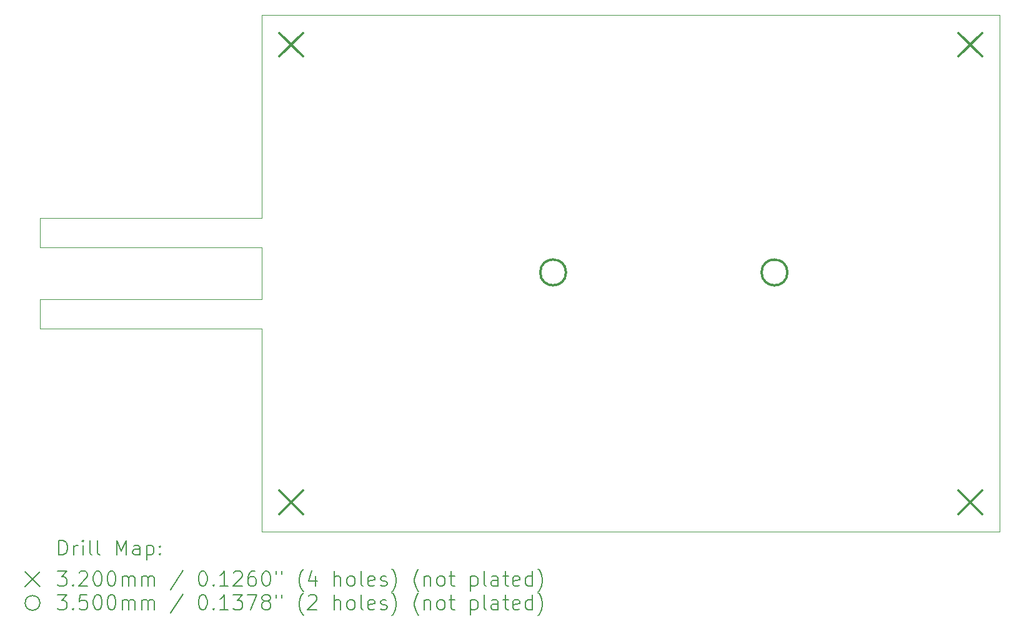
<source format=gbr>
%TF.GenerationSoftware,KiCad,Pcbnew,(6.0.7)*%
%TF.CreationDate,2023-10-27T20:14:33+01:00*%
%TF.ProjectId,slide_tester,736c6964-655f-4746-9573-7465722e6b69,rev?*%
%TF.SameCoordinates,Original*%
%TF.FileFunction,Drillmap*%
%TF.FilePolarity,Positive*%
%FSLAX45Y45*%
G04 Gerber Fmt 4.5, Leading zero omitted, Abs format (unit mm)*
G04 Created by KiCad (PCBNEW (6.0.7)) date 2023-10-27 20:14:33*
%MOMM*%
%LPD*%
G01*
G04 APERTURE LIST*
%ADD10C,0.100000*%
%ADD11C,0.200000*%
%ADD12C,0.320000*%
%ADD13C,0.350000*%
G04 APERTURE END LIST*
D10*
X20000000Y-12000000D02*
X10000000Y-12000000D01*
X10000000Y-9250000D01*
X7000000Y-9250000D01*
X7000000Y-8850000D01*
X10000000Y-8850000D01*
X10000000Y-8150000D01*
X7000000Y-8150000D01*
X7000000Y-7750000D01*
X10000000Y-7750000D01*
X10000000Y-5000000D01*
X20000000Y-5000000D01*
X20000000Y-12000000D01*
D11*
D12*
X10240000Y-5240000D02*
X10560000Y-5560000D01*
X10560000Y-5240000D02*
X10240000Y-5560000D01*
X10240000Y-11440000D02*
X10560000Y-11760000D01*
X10560000Y-11440000D02*
X10240000Y-11760000D01*
X19440000Y-5240000D02*
X19760000Y-5560000D01*
X19760000Y-5240000D02*
X19440000Y-5560000D01*
X19440000Y-11440000D02*
X19760000Y-11760000D01*
X19760000Y-11440000D02*
X19440000Y-11760000D01*
D13*
X14125000Y-8485750D02*
G75*
G03*
X14125000Y-8485750I-175000J0D01*
G01*
X17125000Y-8485750D02*
G75*
G03*
X17125000Y-8485750I-175000J0D01*
G01*
D11*
X7252619Y-12315476D02*
X7252619Y-12115476D01*
X7300238Y-12115476D01*
X7328809Y-12125000D01*
X7347857Y-12144048D01*
X7357381Y-12163095D01*
X7366905Y-12201190D01*
X7366905Y-12229762D01*
X7357381Y-12267857D01*
X7347857Y-12286905D01*
X7328809Y-12305952D01*
X7300238Y-12315476D01*
X7252619Y-12315476D01*
X7452619Y-12315476D02*
X7452619Y-12182143D01*
X7452619Y-12220238D02*
X7462143Y-12201190D01*
X7471667Y-12191667D01*
X7490714Y-12182143D01*
X7509762Y-12182143D01*
X7576428Y-12315476D02*
X7576428Y-12182143D01*
X7576428Y-12115476D02*
X7566905Y-12125000D01*
X7576428Y-12134524D01*
X7585952Y-12125000D01*
X7576428Y-12115476D01*
X7576428Y-12134524D01*
X7700238Y-12315476D02*
X7681190Y-12305952D01*
X7671667Y-12286905D01*
X7671667Y-12115476D01*
X7805000Y-12315476D02*
X7785952Y-12305952D01*
X7776428Y-12286905D01*
X7776428Y-12115476D01*
X8033571Y-12315476D02*
X8033571Y-12115476D01*
X8100238Y-12258333D01*
X8166905Y-12115476D01*
X8166905Y-12315476D01*
X8347857Y-12315476D02*
X8347857Y-12210714D01*
X8338333Y-12191667D01*
X8319286Y-12182143D01*
X8281190Y-12182143D01*
X8262143Y-12191667D01*
X8347857Y-12305952D02*
X8328809Y-12315476D01*
X8281190Y-12315476D01*
X8262143Y-12305952D01*
X8252619Y-12286905D01*
X8252619Y-12267857D01*
X8262143Y-12248809D01*
X8281190Y-12239286D01*
X8328809Y-12239286D01*
X8347857Y-12229762D01*
X8443095Y-12182143D02*
X8443095Y-12382143D01*
X8443095Y-12191667D02*
X8462143Y-12182143D01*
X8500238Y-12182143D01*
X8519286Y-12191667D01*
X8528810Y-12201190D01*
X8538333Y-12220238D01*
X8538333Y-12277381D01*
X8528810Y-12296428D01*
X8519286Y-12305952D01*
X8500238Y-12315476D01*
X8462143Y-12315476D01*
X8443095Y-12305952D01*
X8624048Y-12296428D02*
X8633571Y-12305952D01*
X8624048Y-12315476D01*
X8614524Y-12305952D01*
X8624048Y-12296428D01*
X8624048Y-12315476D01*
X8624048Y-12191667D02*
X8633571Y-12201190D01*
X8624048Y-12210714D01*
X8614524Y-12201190D01*
X8624048Y-12191667D01*
X8624048Y-12210714D01*
X6795000Y-12545000D02*
X6995000Y-12745000D01*
X6995000Y-12545000D02*
X6795000Y-12745000D01*
X7233571Y-12535476D02*
X7357381Y-12535476D01*
X7290714Y-12611667D01*
X7319286Y-12611667D01*
X7338333Y-12621190D01*
X7347857Y-12630714D01*
X7357381Y-12649762D01*
X7357381Y-12697381D01*
X7347857Y-12716428D01*
X7338333Y-12725952D01*
X7319286Y-12735476D01*
X7262143Y-12735476D01*
X7243095Y-12725952D01*
X7233571Y-12716428D01*
X7443095Y-12716428D02*
X7452619Y-12725952D01*
X7443095Y-12735476D01*
X7433571Y-12725952D01*
X7443095Y-12716428D01*
X7443095Y-12735476D01*
X7528809Y-12554524D02*
X7538333Y-12545000D01*
X7557381Y-12535476D01*
X7605000Y-12535476D01*
X7624048Y-12545000D01*
X7633571Y-12554524D01*
X7643095Y-12573571D01*
X7643095Y-12592619D01*
X7633571Y-12621190D01*
X7519286Y-12735476D01*
X7643095Y-12735476D01*
X7766905Y-12535476D02*
X7785952Y-12535476D01*
X7805000Y-12545000D01*
X7814524Y-12554524D01*
X7824048Y-12573571D01*
X7833571Y-12611667D01*
X7833571Y-12659286D01*
X7824048Y-12697381D01*
X7814524Y-12716428D01*
X7805000Y-12725952D01*
X7785952Y-12735476D01*
X7766905Y-12735476D01*
X7747857Y-12725952D01*
X7738333Y-12716428D01*
X7728809Y-12697381D01*
X7719286Y-12659286D01*
X7719286Y-12611667D01*
X7728809Y-12573571D01*
X7738333Y-12554524D01*
X7747857Y-12545000D01*
X7766905Y-12535476D01*
X7957381Y-12535476D02*
X7976428Y-12535476D01*
X7995476Y-12545000D01*
X8005000Y-12554524D01*
X8014524Y-12573571D01*
X8024048Y-12611667D01*
X8024048Y-12659286D01*
X8014524Y-12697381D01*
X8005000Y-12716428D01*
X7995476Y-12725952D01*
X7976428Y-12735476D01*
X7957381Y-12735476D01*
X7938333Y-12725952D01*
X7928809Y-12716428D01*
X7919286Y-12697381D01*
X7909762Y-12659286D01*
X7909762Y-12611667D01*
X7919286Y-12573571D01*
X7928809Y-12554524D01*
X7938333Y-12545000D01*
X7957381Y-12535476D01*
X8109762Y-12735476D02*
X8109762Y-12602143D01*
X8109762Y-12621190D02*
X8119286Y-12611667D01*
X8138333Y-12602143D01*
X8166905Y-12602143D01*
X8185952Y-12611667D01*
X8195476Y-12630714D01*
X8195476Y-12735476D01*
X8195476Y-12630714D02*
X8205000Y-12611667D01*
X8224048Y-12602143D01*
X8252619Y-12602143D01*
X8271667Y-12611667D01*
X8281190Y-12630714D01*
X8281190Y-12735476D01*
X8376428Y-12735476D02*
X8376428Y-12602143D01*
X8376428Y-12621190D02*
X8385952Y-12611667D01*
X8405000Y-12602143D01*
X8433571Y-12602143D01*
X8452619Y-12611667D01*
X8462143Y-12630714D01*
X8462143Y-12735476D01*
X8462143Y-12630714D02*
X8471667Y-12611667D01*
X8490714Y-12602143D01*
X8519286Y-12602143D01*
X8538333Y-12611667D01*
X8547857Y-12630714D01*
X8547857Y-12735476D01*
X8938333Y-12525952D02*
X8766905Y-12783095D01*
X9195476Y-12535476D02*
X9214524Y-12535476D01*
X9233571Y-12545000D01*
X9243095Y-12554524D01*
X9252619Y-12573571D01*
X9262143Y-12611667D01*
X9262143Y-12659286D01*
X9252619Y-12697381D01*
X9243095Y-12716428D01*
X9233571Y-12725952D01*
X9214524Y-12735476D01*
X9195476Y-12735476D01*
X9176429Y-12725952D01*
X9166905Y-12716428D01*
X9157381Y-12697381D01*
X9147857Y-12659286D01*
X9147857Y-12611667D01*
X9157381Y-12573571D01*
X9166905Y-12554524D01*
X9176429Y-12545000D01*
X9195476Y-12535476D01*
X9347857Y-12716428D02*
X9357381Y-12725952D01*
X9347857Y-12735476D01*
X9338333Y-12725952D01*
X9347857Y-12716428D01*
X9347857Y-12735476D01*
X9547857Y-12735476D02*
X9433571Y-12735476D01*
X9490714Y-12735476D02*
X9490714Y-12535476D01*
X9471667Y-12564048D01*
X9452619Y-12583095D01*
X9433571Y-12592619D01*
X9624048Y-12554524D02*
X9633571Y-12545000D01*
X9652619Y-12535476D01*
X9700238Y-12535476D01*
X9719286Y-12545000D01*
X9728810Y-12554524D01*
X9738333Y-12573571D01*
X9738333Y-12592619D01*
X9728810Y-12621190D01*
X9614524Y-12735476D01*
X9738333Y-12735476D01*
X9909762Y-12535476D02*
X9871667Y-12535476D01*
X9852619Y-12545000D01*
X9843095Y-12554524D01*
X9824048Y-12583095D01*
X9814524Y-12621190D01*
X9814524Y-12697381D01*
X9824048Y-12716428D01*
X9833571Y-12725952D01*
X9852619Y-12735476D01*
X9890714Y-12735476D01*
X9909762Y-12725952D01*
X9919286Y-12716428D01*
X9928810Y-12697381D01*
X9928810Y-12649762D01*
X9919286Y-12630714D01*
X9909762Y-12621190D01*
X9890714Y-12611667D01*
X9852619Y-12611667D01*
X9833571Y-12621190D01*
X9824048Y-12630714D01*
X9814524Y-12649762D01*
X10052619Y-12535476D02*
X10071667Y-12535476D01*
X10090714Y-12545000D01*
X10100238Y-12554524D01*
X10109762Y-12573571D01*
X10119286Y-12611667D01*
X10119286Y-12659286D01*
X10109762Y-12697381D01*
X10100238Y-12716428D01*
X10090714Y-12725952D01*
X10071667Y-12735476D01*
X10052619Y-12735476D01*
X10033571Y-12725952D01*
X10024048Y-12716428D01*
X10014524Y-12697381D01*
X10005000Y-12659286D01*
X10005000Y-12611667D01*
X10014524Y-12573571D01*
X10024048Y-12554524D01*
X10033571Y-12545000D01*
X10052619Y-12535476D01*
X10195476Y-12535476D02*
X10195476Y-12573571D01*
X10271667Y-12535476D02*
X10271667Y-12573571D01*
X10566905Y-12811667D02*
X10557381Y-12802143D01*
X10538333Y-12773571D01*
X10528810Y-12754524D01*
X10519286Y-12725952D01*
X10509762Y-12678333D01*
X10509762Y-12640238D01*
X10519286Y-12592619D01*
X10528810Y-12564048D01*
X10538333Y-12545000D01*
X10557381Y-12516428D01*
X10566905Y-12506905D01*
X10728810Y-12602143D02*
X10728810Y-12735476D01*
X10681190Y-12525952D02*
X10633571Y-12668809D01*
X10757381Y-12668809D01*
X10985952Y-12735476D02*
X10985952Y-12535476D01*
X11071667Y-12735476D02*
X11071667Y-12630714D01*
X11062143Y-12611667D01*
X11043095Y-12602143D01*
X11014524Y-12602143D01*
X10995476Y-12611667D01*
X10985952Y-12621190D01*
X11195476Y-12735476D02*
X11176429Y-12725952D01*
X11166905Y-12716428D01*
X11157381Y-12697381D01*
X11157381Y-12640238D01*
X11166905Y-12621190D01*
X11176429Y-12611667D01*
X11195476Y-12602143D01*
X11224048Y-12602143D01*
X11243095Y-12611667D01*
X11252619Y-12621190D01*
X11262143Y-12640238D01*
X11262143Y-12697381D01*
X11252619Y-12716428D01*
X11243095Y-12725952D01*
X11224048Y-12735476D01*
X11195476Y-12735476D01*
X11376428Y-12735476D02*
X11357381Y-12725952D01*
X11347857Y-12706905D01*
X11347857Y-12535476D01*
X11528809Y-12725952D02*
X11509762Y-12735476D01*
X11471667Y-12735476D01*
X11452619Y-12725952D01*
X11443095Y-12706905D01*
X11443095Y-12630714D01*
X11452619Y-12611667D01*
X11471667Y-12602143D01*
X11509762Y-12602143D01*
X11528809Y-12611667D01*
X11538333Y-12630714D01*
X11538333Y-12649762D01*
X11443095Y-12668809D01*
X11614524Y-12725952D02*
X11633571Y-12735476D01*
X11671667Y-12735476D01*
X11690714Y-12725952D01*
X11700238Y-12706905D01*
X11700238Y-12697381D01*
X11690714Y-12678333D01*
X11671667Y-12668809D01*
X11643095Y-12668809D01*
X11624048Y-12659286D01*
X11614524Y-12640238D01*
X11614524Y-12630714D01*
X11624048Y-12611667D01*
X11643095Y-12602143D01*
X11671667Y-12602143D01*
X11690714Y-12611667D01*
X11766905Y-12811667D02*
X11776428Y-12802143D01*
X11795476Y-12773571D01*
X11805000Y-12754524D01*
X11814524Y-12725952D01*
X11824048Y-12678333D01*
X11824048Y-12640238D01*
X11814524Y-12592619D01*
X11805000Y-12564048D01*
X11795476Y-12545000D01*
X11776428Y-12516428D01*
X11766905Y-12506905D01*
X12128809Y-12811667D02*
X12119286Y-12802143D01*
X12100238Y-12773571D01*
X12090714Y-12754524D01*
X12081190Y-12725952D01*
X12071667Y-12678333D01*
X12071667Y-12640238D01*
X12081190Y-12592619D01*
X12090714Y-12564048D01*
X12100238Y-12545000D01*
X12119286Y-12516428D01*
X12128809Y-12506905D01*
X12205000Y-12602143D02*
X12205000Y-12735476D01*
X12205000Y-12621190D02*
X12214524Y-12611667D01*
X12233571Y-12602143D01*
X12262143Y-12602143D01*
X12281190Y-12611667D01*
X12290714Y-12630714D01*
X12290714Y-12735476D01*
X12414524Y-12735476D02*
X12395476Y-12725952D01*
X12385952Y-12716428D01*
X12376428Y-12697381D01*
X12376428Y-12640238D01*
X12385952Y-12621190D01*
X12395476Y-12611667D01*
X12414524Y-12602143D01*
X12443095Y-12602143D01*
X12462143Y-12611667D01*
X12471667Y-12621190D01*
X12481190Y-12640238D01*
X12481190Y-12697381D01*
X12471667Y-12716428D01*
X12462143Y-12725952D01*
X12443095Y-12735476D01*
X12414524Y-12735476D01*
X12538333Y-12602143D02*
X12614524Y-12602143D01*
X12566905Y-12535476D02*
X12566905Y-12706905D01*
X12576428Y-12725952D01*
X12595476Y-12735476D01*
X12614524Y-12735476D01*
X12833571Y-12602143D02*
X12833571Y-12802143D01*
X12833571Y-12611667D02*
X12852619Y-12602143D01*
X12890714Y-12602143D01*
X12909762Y-12611667D01*
X12919286Y-12621190D01*
X12928809Y-12640238D01*
X12928809Y-12697381D01*
X12919286Y-12716428D01*
X12909762Y-12725952D01*
X12890714Y-12735476D01*
X12852619Y-12735476D01*
X12833571Y-12725952D01*
X13043095Y-12735476D02*
X13024048Y-12725952D01*
X13014524Y-12706905D01*
X13014524Y-12535476D01*
X13205000Y-12735476D02*
X13205000Y-12630714D01*
X13195476Y-12611667D01*
X13176428Y-12602143D01*
X13138333Y-12602143D01*
X13119286Y-12611667D01*
X13205000Y-12725952D02*
X13185952Y-12735476D01*
X13138333Y-12735476D01*
X13119286Y-12725952D01*
X13109762Y-12706905D01*
X13109762Y-12687857D01*
X13119286Y-12668809D01*
X13138333Y-12659286D01*
X13185952Y-12659286D01*
X13205000Y-12649762D01*
X13271667Y-12602143D02*
X13347857Y-12602143D01*
X13300238Y-12535476D02*
X13300238Y-12706905D01*
X13309762Y-12725952D01*
X13328809Y-12735476D01*
X13347857Y-12735476D01*
X13490714Y-12725952D02*
X13471667Y-12735476D01*
X13433571Y-12735476D01*
X13414524Y-12725952D01*
X13405000Y-12706905D01*
X13405000Y-12630714D01*
X13414524Y-12611667D01*
X13433571Y-12602143D01*
X13471667Y-12602143D01*
X13490714Y-12611667D01*
X13500238Y-12630714D01*
X13500238Y-12649762D01*
X13405000Y-12668809D01*
X13671667Y-12735476D02*
X13671667Y-12535476D01*
X13671667Y-12725952D02*
X13652619Y-12735476D01*
X13614524Y-12735476D01*
X13595476Y-12725952D01*
X13585952Y-12716428D01*
X13576428Y-12697381D01*
X13576428Y-12640238D01*
X13585952Y-12621190D01*
X13595476Y-12611667D01*
X13614524Y-12602143D01*
X13652619Y-12602143D01*
X13671667Y-12611667D01*
X13747857Y-12811667D02*
X13757381Y-12802143D01*
X13776428Y-12773571D01*
X13785952Y-12754524D01*
X13795476Y-12725952D01*
X13805000Y-12678333D01*
X13805000Y-12640238D01*
X13795476Y-12592619D01*
X13785952Y-12564048D01*
X13776428Y-12545000D01*
X13757381Y-12516428D01*
X13747857Y-12506905D01*
X6995000Y-12965000D02*
G75*
G03*
X6995000Y-12965000I-100000J0D01*
G01*
X7233571Y-12855476D02*
X7357381Y-12855476D01*
X7290714Y-12931667D01*
X7319286Y-12931667D01*
X7338333Y-12941190D01*
X7347857Y-12950714D01*
X7357381Y-12969762D01*
X7357381Y-13017381D01*
X7347857Y-13036428D01*
X7338333Y-13045952D01*
X7319286Y-13055476D01*
X7262143Y-13055476D01*
X7243095Y-13045952D01*
X7233571Y-13036428D01*
X7443095Y-13036428D02*
X7452619Y-13045952D01*
X7443095Y-13055476D01*
X7433571Y-13045952D01*
X7443095Y-13036428D01*
X7443095Y-13055476D01*
X7633571Y-12855476D02*
X7538333Y-12855476D01*
X7528809Y-12950714D01*
X7538333Y-12941190D01*
X7557381Y-12931667D01*
X7605000Y-12931667D01*
X7624048Y-12941190D01*
X7633571Y-12950714D01*
X7643095Y-12969762D01*
X7643095Y-13017381D01*
X7633571Y-13036428D01*
X7624048Y-13045952D01*
X7605000Y-13055476D01*
X7557381Y-13055476D01*
X7538333Y-13045952D01*
X7528809Y-13036428D01*
X7766905Y-12855476D02*
X7785952Y-12855476D01*
X7805000Y-12865000D01*
X7814524Y-12874524D01*
X7824048Y-12893571D01*
X7833571Y-12931667D01*
X7833571Y-12979286D01*
X7824048Y-13017381D01*
X7814524Y-13036428D01*
X7805000Y-13045952D01*
X7785952Y-13055476D01*
X7766905Y-13055476D01*
X7747857Y-13045952D01*
X7738333Y-13036428D01*
X7728809Y-13017381D01*
X7719286Y-12979286D01*
X7719286Y-12931667D01*
X7728809Y-12893571D01*
X7738333Y-12874524D01*
X7747857Y-12865000D01*
X7766905Y-12855476D01*
X7957381Y-12855476D02*
X7976428Y-12855476D01*
X7995476Y-12865000D01*
X8005000Y-12874524D01*
X8014524Y-12893571D01*
X8024048Y-12931667D01*
X8024048Y-12979286D01*
X8014524Y-13017381D01*
X8005000Y-13036428D01*
X7995476Y-13045952D01*
X7976428Y-13055476D01*
X7957381Y-13055476D01*
X7938333Y-13045952D01*
X7928809Y-13036428D01*
X7919286Y-13017381D01*
X7909762Y-12979286D01*
X7909762Y-12931667D01*
X7919286Y-12893571D01*
X7928809Y-12874524D01*
X7938333Y-12865000D01*
X7957381Y-12855476D01*
X8109762Y-13055476D02*
X8109762Y-12922143D01*
X8109762Y-12941190D02*
X8119286Y-12931667D01*
X8138333Y-12922143D01*
X8166905Y-12922143D01*
X8185952Y-12931667D01*
X8195476Y-12950714D01*
X8195476Y-13055476D01*
X8195476Y-12950714D02*
X8205000Y-12931667D01*
X8224048Y-12922143D01*
X8252619Y-12922143D01*
X8271667Y-12931667D01*
X8281190Y-12950714D01*
X8281190Y-13055476D01*
X8376428Y-13055476D02*
X8376428Y-12922143D01*
X8376428Y-12941190D02*
X8385952Y-12931667D01*
X8405000Y-12922143D01*
X8433571Y-12922143D01*
X8452619Y-12931667D01*
X8462143Y-12950714D01*
X8462143Y-13055476D01*
X8462143Y-12950714D02*
X8471667Y-12931667D01*
X8490714Y-12922143D01*
X8519286Y-12922143D01*
X8538333Y-12931667D01*
X8547857Y-12950714D01*
X8547857Y-13055476D01*
X8938333Y-12845952D02*
X8766905Y-13103095D01*
X9195476Y-12855476D02*
X9214524Y-12855476D01*
X9233571Y-12865000D01*
X9243095Y-12874524D01*
X9252619Y-12893571D01*
X9262143Y-12931667D01*
X9262143Y-12979286D01*
X9252619Y-13017381D01*
X9243095Y-13036428D01*
X9233571Y-13045952D01*
X9214524Y-13055476D01*
X9195476Y-13055476D01*
X9176429Y-13045952D01*
X9166905Y-13036428D01*
X9157381Y-13017381D01*
X9147857Y-12979286D01*
X9147857Y-12931667D01*
X9157381Y-12893571D01*
X9166905Y-12874524D01*
X9176429Y-12865000D01*
X9195476Y-12855476D01*
X9347857Y-13036428D02*
X9357381Y-13045952D01*
X9347857Y-13055476D01*
X9338333Y-13045952D01*
X9347857Y-13036428D01*
X9347857Y-13055476D01*
X9547857Y-13055476D02*
X9433571Y-13055476D01*
X9490714Y-13055476D02*
X9490714Y-12855476D01*
X9471667Y-12884048D01*
X9452619Y-12903095D01*
X9433571Y-12912619D01*
X9614524Y-12855476D02*
X9738333Y-12855476D01*
X9671667Y-12931667D01*
X9700238Y-12931667D01*
X9719286Y-12941190D01*
X9728810Y-12950714D01*
X9738333Y-12969762D01*
X9738333Y-13017381D01*
X9728810Y-13036428D01*
X9719286Y-13045952D01*
X9700238Y-13055476D01*
X9643095Y-13055476D01*
X9624048Y-13045952D01*
X9614524Y-13036428D01*
X9805000Y-12855476D02*
X9938333Y-12855476D01*
X9852619Y-13055476D01*
X10043095Y-12941190D02*
X10024048Y-12931667D01*
X10014524Y-12922143D01*
X10005000Y-12903095D01*
X10005000Y-12893571D01*
X10014524Y-12874524D01*
X10024048Y-12865000D01*
X10043095Y-12855476D01*
X10081190Y-12855476D01*
X10100238Y-12865000D01*
X10109762Y-12874524D01*
X10119286Y-12893571D01*
X10119286Y-12903095D01*
X10109762Y-12922143D01*
X10100238Y-12931667D01*
X10081190Y-12941190D01*
X10043095Y-12941190D01*
X10024048Y-12950714D01*
X10014524Y-12960238D01*
X10005000Y-12979286D01*
X10005000Y-13017381D01*
X10014524Y-13036428D01*
X10024048Y-13045952D01*
X10043095Y-13055476D01*
X10081190Y-13055476D01*
X10100238Y-13045952D01*
X10109762Y-13036428D01*
X10119286Y-13017381D01*
X10119286Y-12979286D01*
X10109762Y-12960238D01*
X10100238Y-12950714D01*
X10081190Y-12941190D01*
X10195476Y-12855476D02*
X10195476Y-12893571D01*
X10271667Y-12855476D02*
X10271667Y-12893571D01*
X10566905Y-13131667D02*
X10557381Y-13122143D01*
X10538333Y-13093571D01*
X10528810Y-13074524D01*
X10519286Y-13045952D01*
X10509762Y-12998333D01*
X10509762Y-12960238D01*
X10519286Y-12912619D01*
X10528810Y-12884048D01*
X10538333Y-12865000D01*
X10557381Y-12836428D01*
X10566905Y-12826905D01*
X10633571Y-12874524D02*
X10643095Y-12865000D01*
X10662143Y-12855476D01*
X10709762Y-12855476D01*
X10728810Y-12865000D01*
X10738333Y-12874524D01*
X10747857Y-12893571D01*
X10747857Y-12912619D01*
X10738333Y-12941190D01*
X10624048Y-13055476D01*
X10747857Y-13055476D01*
X10985952Y-13055476D02*
X10985952Y-12855476D01*
X11071667Y-13055476D02*
X11071667Y-12950714D01*
X11062143Y-12931667D01*
X11043095Y-12922143D01*
X11014524Y-12922143D01*
X10995476Y-12931667D01*
X10985952Y-12941190D01*
X11195476Y-13055476D02*
X11176429Y-13045952D01*
X11166905Y-13036428D01*
X11157381Y-13017381D01*
X11157381Y-12960238D01*
X11166905Y-12941190D01*
X11176429Y-12931667D01*
X11195476Y-12922143D01*
X11224048Y-12922143D01*
X11243095Y-12931667D01*
X11252619Y-12941190D01*
X11262143Y-12960238D01*
X11262143Y-13017381D01*
X11252619Y-13036428D01*
X11243095Y-13045952D01*
X11224048Y-13055476D01*
X11195476Y-13055476D01*
X11376428Y-13055476D02*
X11357381Y-13045952D01*
X11347857Y-13026905D01*
X11347857Y-12855476D01*
X11528809Y-13045952D02*
X11509762Y-13055476D01*
X11471667Y-13055476D01*
X11452619Y-13045952D01*
X11443095Y-13026905D01*
X11443095Y-12950714D01*
X11452619Y-12931667D01*
X11471667Y-12922143D01*
X11509762Y-12922143D01*
X11528809Y-12931667D01*
X11538333Y-12950714D01*
X11538333Y-12969762D01*
X11443095Y-12988809D01*
X11614524Y-13045952D02*
X11633571Y-13055476D01*
X11671667Y-13055476D01*
X11690714Y-13045952D01*
X11700238Y-13026905D01*
X11700238Y-13017381D01*
X11690714Y-12998333D01*
X11671667Y-12988809D01*
X11643095Y-12988809D01*
X11624048Y-12979286D01*
X11614524Y-12960238D01*
X11614524Y-12950714D01*
X11624048Y-12931667D01*
X11643095Y-12922143D01*
X11671667Y-12922143D01*
X11690714Y-12931667D01*
X11766905Y-13131667D02*
X11776428Y-13122143D01*
X11795476Y-13093571D01*
X11805000Y-13074524D01*
X11814524Y-13045952D01*
X11824048Y-12998333D01*
X11824048Y-12960238D01*
X11814524Y-12912619D01*
X11805000Y-12884048D01*
X11795476Y-12865000D01*
X11776428Y-12836428D01*
X11766905Y-12826905D01*
X12128809Y-13131667D02*
X12119286Y-13122143D01*
X12100238Y-13093571D01*
X12090714Y-13074524D01*
X12081190Y-13045952D01*
X12071667Y-12998333D01*
X12071667Y-12960238D01*
X12081190Y-12912619D01*
X12090714Y-12884048D01*
X12100238Y-12865000D01*
X12119286Y-12836428D01*
X12128809Y-12826905D01*
X12205000Y-12922143D02*
X12205000Y-13055476D01*
X12205000Y-12941190D02*
X12214524Y-12931667D01*
X12233571Y-12922143D01*
X12262143Y-12922143D01*
X12281190Y-12931667D01*
X12290714Y-12950714D01*
X12290714Y-13055476D01*
X12414524Y-13055476D02*
X12395476Y-13045952D01*
X12385952Y-13036428D01*
X12376428Y-13017381D01*
X12376428Y-12960238D01*
X12385952Y-12941190D01*
X12395476Y-12931667D01*
X12414524Y-12922143D01*
X12443095Y-12922143D01*
X12462143Y-12931667D01*
X12471667Y-12941190D01*
X12481190Y-12960238D01*
X12481190Y-13017381D01*
X12471667Y-13036428D01*
X12462143Y-13045952D01*
X12443095Y-13055476D01*
X12414524Y-13055476D01*
X12538333Y-12922143D02*
X12614524Y-12922143D01*
X12566905Y-12855476D02*
X12566905Y-13026905D01*
X12576428Y-13045952D01*
X12595476Y-13055476D01*
X12614524Y-13055476D01*
X12833571Y-12922143D02*
X12833571Y-13122143D01*
X12833571Y-12931667D02*
X12852619Y-12922143D01*
X12890714Y-12922143D01*
X12909762Y-12931667D01*
X12919286Y-12941190D01*
X12928809Y-12960238D01*
X12928809Y-13017381D01*
X12919286Y-13036428D01*
X12909762Y-13045952D01*
X12890714Y-13055476D01*
X12852619Y-13055476D01*
X12833571Y-13045952D01*
X13043095Y-13055476D02*
X13024048Y-13045952D01*
X13014524Y-13026905D01*
X13014524Y-12855476D01*
X13205000Y-13055476D02*
X13205000Y-12950714D01*
X13195476Y-12931667D01*
X13176428Y-12922143D01*
X13138333Y-12922143D01*
X13119286Y-12931667D01*
X13205000Y-13045952D02*
X13185952Y-13055476D01*
X13138333Y-13055476D01*
X13119286Y-13045952D01*
X13109762Y-13026905D01*
X13109762Y-13007857D01*
X13119286Y-12988809D01*
X13138333Y-12979286D01*
X13185952Y-12979286D01*
X13205000Y-12969762D01*
X13271667Y-12922143D02*
X13347857Y-12922143D01*
X13300238Y-12855476D02*
X13300238Y-13026905D01*
X13309762Y-13045952D01*
X13328809Y-13055476D01*
X13347857Y-13055476D01*
X13490714Y-13045952D02*
X13471667Y-13055476D01*
X13433571Y-13055476D01*
X13414524Y-13045952D01*
X13405000Y-13026905D01*
X13405000Y-12950714D01*
X13414524Y-12931667D01*
X13433571Y-12922143D01*
X13471667Y-12922143D01*
X13490714Y-12931667D01*
X13500238Y-12950714D01*
X13500238Y-12969762D01*
X13405000Y-12988809D01*
X13671667Y-13055476D02*
X13671667Y-12855476D01*
X13671667Y-13045952D02*
X13652619Y-13055476D01*
X13614524Y-13055476D01*
X13595476Y-13045952D01*
X13585952Y-13036428D01*
X13576428Y-13017381D01*
X13576428Y-12960238D01*
X13585952Y-12941190D01*
X13595476Y-12931667D01*
X13614524Y-12922143D01*
X13652619Y-12922143D01*
X13671667Y-12931667D01*
X13747857Y-13131667D02*
X13757381Y-13122143D01*
X13776428Y-13093571D01*
X13785952Y-13074524D01*
X13795476Y-13045952D01*
X13805000Y-12998333D01*
X13805000Y-12960238D01*
X13795476Y-12912619D01*
X13785952Y-12884048D01*
X13776428Y-12865000D01*
X13757381Y-12836428D01*
X13747857Y-12826905D01*
M02*

</source>
